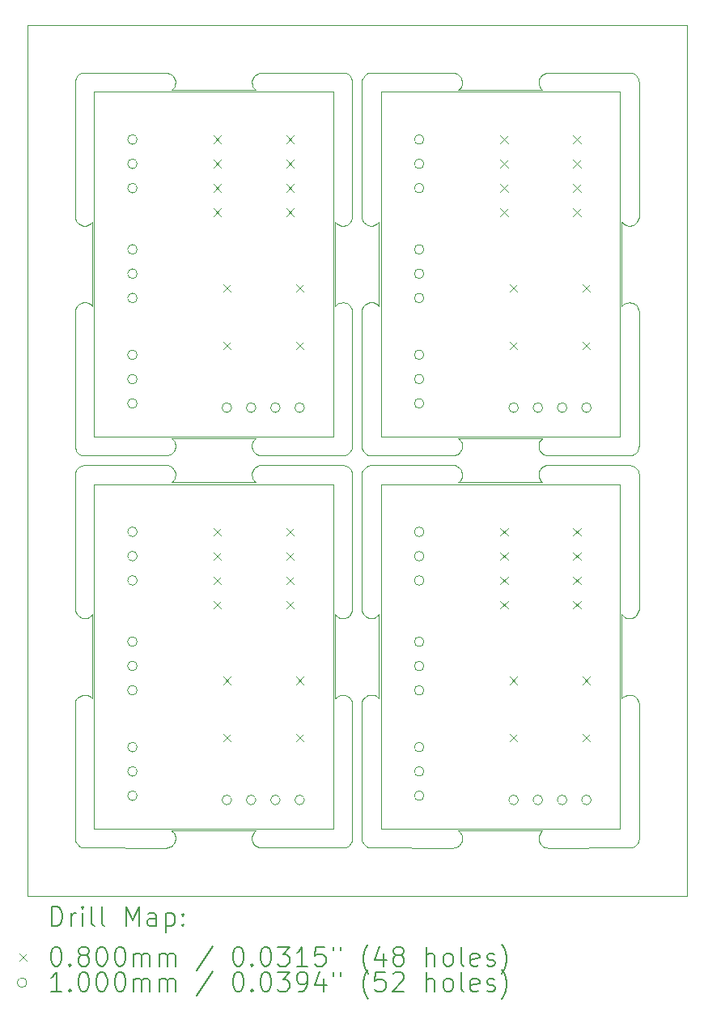
<source format=gbr>
%TF.GenerationSoftware,KiCad,Pcbnew,9.0.0*%
%TF.CreationDate,2025-03-02T21:53:16+01:00*%
%TF.ProjectId,eeprom_i2c_panel,65657072-6f6d-45f6-9932-635f70616e65,rev?*%
%TF.SameCoordinates,PX5a1f681PY8a483b1*%
%TF.FileFunction,Drillmap*%
%TF.FilePolarity,Positive*%
%FSLAX45Y45*%
G04 Gerber Fmt 4.5, Leading zero omitted, Abs format (unit mm)*
G04 Created by KiCad (PCBNEW 9.0.0) date 2025-03-02 21:53:16*
%MOMM*%
%LPD*%
G01*
G04 APERTURE LIST*
%ADD10C,0.100000*%
%ADD11C,0.200000*%
G04 APERTURE END LIST*
D10*
X3383116Y2944333D02*
X3370692Y2929195D01*
X3614710Y6198853D02*
X3633707Y6194095D01*
X4454954Y4499814D02*
X4474326Y4496941D01*
X5369611Y540324D02*
X5359543Y557122D01*
X507556Y4661605D02*
X502946Y4675561D01*
X1546958Y575561D02*
X1542347Y561605D01*
X1488282Y4492330D02*
X1505553Y4483098D01*
X5394350Y4483098D02*
X5411622Y4492330D01*
X3570852Y4495633D02*
X3594950Y4499814D01*
X4540360Y642747D02*
X4545650Y629034D01*
X6355553Y7016771D02*
X6342765Y7009526D01*
X3502946Y4424308D02*
X3507556Y4438265D01*
X3532763Y6174055D02*
X3548493Y6185722D01*
X5359543Y642747D02*
X5366788Y655536D01*
X3507556Y561605D02*
X3502946Y575561D01*
X516788Y544333D02*
X509543Y557122D01*
X1544112Y8533690D02*
X1548871Y8514693D01*
X1545650Y4729034D02*
X1548871Y4714693D01*
X647144Y2911731D02*
X629051Y2904236D01*
X6199952Y699934D02*
X3699952Y699934D01*
X1509628Y4779935D02*
X1513428Y4777258D01*
X1479051Y504236D02*
X1464710Y501016D01*
X594950Y2099814D02*
X609844Y2099454D01*
X6399952Y6100033D02*
X6399952Y4699836D01*
X3244350Y2083098D02*
X3257139Y2090343D01*
X4533116Y4755536D02*
X4540360Y4742747D01*
X1535739Y548476D02*
X1527276Y536459D01*
X663428Y2077258D02*
X677276Y2063410D01*
X557139Y2090343D02*
X575578Y2096941D01*
X552759Y7011731D02*
X536476Y7022611D01*
X529212Y8570675D02*
X548493Y8585722D01*
X3390360Y4657122D02*
X3383116Y4644333D01*
X6304954Y6199814D02*
X6319541Y6198015D01*
X4517141Y8574056D02*
X4527276Y8563410D01*
X5389947Y679935D02*
X4509628Y679935D01*
X514165Y4451393D02*
X529212Y4470675D01*
X3499952Y4699836D02*
X3500072Y6104936D01*
X5390690Y8419935D02*
X5382763Y8425814D01*
X1517141Y8425814D02*
X1509214Y8419935D01*
X4509214Y8419935D02*
X5390690Y8419935D01*
X3647144Y7011731D02*
X3629051Y7004236D01*
X6199952Y4299935D02*
X6199952Y699934D01*
X3585193Y2098853D02*
X3600051Y2099935D01*
X3667141Y2074055D02*
X3680012Y2059854D01*
X6359562Y2919594D02*
X6342765Y2909526D01*
X1533116Y655536D02*
X1540360Y642747D01*
X3514165Y548476D02*
X3507556Y561605D01*
X2425578Y4496941D02*
X2444950Y4499814D01*
X3219952Y2940464D02*
X3219952Y2059204D01*
X4513428Y677258D02*
X4524073Y667123D01*
X3351411Y4485722D02*
X3370692Y4470675D01*
X3219952Y6159590D02*
X3225831Y6167123D01*
X4527276Y8563410D02*
X4538156Y8547127D01*
X3594950Y4499814D02*
X4454954Y4499814D01*
X4454954Y8599814D02*
X4474326Y8596941D01*
X6351411Y8585722D02*
X6370692Y8570675D01*
X2375831Y4632746D02*
X2364165Y4648476D01*
X6304954Y2099814D02*
X6329051Y2095633D01*
X677276Y7036459D02*
X663428Y7022611D01*
X1545650Y4670835D02*
X1540360Y4657122D01*
X4474326Y4602929D02*
X4450051Y4599935D01*
X629051Y2095633D02*
X647144Y2088138D01*
X4513428Y522611D02*
X4501411Y514147D01*
X5444950Y4600055D02*
X5425578Y4602929D01*
X3502946Y8524308D02*
X3507556Y8538265D01*
X2352946Y8475561D02*
X2350072Y8494933D01*
X5430362Y8598015D02*
X5444950Y8599814D01*
X6329051Y2904236D02*
X6309844Y2900416D01*
X3355553Y6183098D02*
X3374073Y6167123D01*
X1509628Y679935D02*
X1513428Y677258D01*
X2444950Y500055D02*
X2425578Y502928D01*
X651411Y6185722D02*
X667141Y6174055D01*
X4517141Y4325814D02*
X4509214Y4319935D01*
X3385739Y8551393D02*
X3392347Y8538265D01*
X5350072Y8494933D02*
X5351033Y8514693D01*
X6383116Y4644333D02*
X6367141Y4625814D01*
X570852Y4495633D02*
X594950Y4499814D01*
X3309844Y7000416D02*
X3290060Y7000416D01*
X3222628Y7036459D02*
X3219952Y7040464D01*
X1513428Y677258D02*
X1524073Y667123D01*
X2444950Y4600055D02*
X2425578Y4602929D01*
X2407139Y4609526D02*
X2390342Y4619594D01*
X6219952Y2940464D02*
X6219952Y2059902D01*
X5352946Y575561D02*
X5350433Y590043D01*
X1488282Y4607539D02*
X1474326Y4602929D01*
X6392347Y561605D02*
X6385739Y548476D01*
X6219952Y6159902D02*
X6236476Y6177258D01*
X1546958Y4375561D02*
X1540360Y4357122D01*
X2382763Y4474056D02*
X2394350Y4483098D01*
X1549471Y590043D02*
X1546958Y575561D01*
X3370692Y8570675D02*
X3385739Y8551393D01*
X6236476Y7022611D02*
X6222628Y7036459D01*
X6385739Y548476D02*
X6370692Y529195D01*
X3383116Y544333D02*
X3370692Y529195D01*
X3633707Y2094095D02*
X3651411Y2085722D01*
X3557139Y2909526D02*
X3540341Y2919594D01*
X3519611Y2059545D02*
X3532763Y2074055D01*
X3199952Y8399935D02*
X3199952Y4799935D01*
X3509543Y2042747D02*
X3519611Y2059545D01*
X4540360Y4742747D02*
X4545650Y4729034D01*
X6280362Y2098015D02*
X6304954Y2099814D01*
X3333707Y2094095D02*
X3355553Y2083098D01*
X4450051Y499934D02*
X3594950Y500055D01*
X2444950Y4499814D02*
X3304954Y4499814D01*
X5352946Y624308D02*
X5359543Y642747D01*
X1530292Y4340324D02*
X1517141Y4325814D01*
X6395650Y4670835D02*
X6390360Y4657122D01*
X3390360Y2957122D02*
X3383116Y2944333D01*
X540342Y2080275D02*
X557139Y2090343D01*
X3501871Y7080345D02*
X3500072Y7094933D01*
X663428Y7022611D02*
X647144Y7011731D01*
X509543Y557122D02*
X504253Y570835D01*
X6399831Y7094933D02*
X6396958Y7075561D01*
X6309844Y7000416D02*
X6290060Y7000416D01*
X3548493Y8585722D02*
X3570852Y8595633D01*
X3351411Y514147D02*
X3329051Y504236D01*
X3304954Y8599814D02*
X3329051Y8595633D01*
X4545650Y570835D02*
X4540360Y557122D01*
X677276Y2063410D02*
X680012Y2059315D01*
X1538156Y8547127D02*
X1544112Y8533690D01*
X507556Y4438265D02*
X514165Y4451393D01*
X1464710Y501016D02*
X1450051Y499934D01*
X4524073Y4767123D02*
X4533116Y4755536D01*
X4544112Y8533690D02*
X4548871Y8514693D01*
X6252759Y7011731D02*
X6236476Y7022611D01*
X2375831Y532746D02*
X2364165Y548476D01*
X6324326Y4602929D02*
X6304954Y4600055D01*
X6319541Y6198015D02*
X6333707Y6194095D01*
X1540360Y4657122D02*
X1533116Y4644333D01*
X1509214Y8419935D02*
X2390690Y8419935D01*
X3398032Y7080345D02*
X3392347Y7061604D01*
X3570852Y8595633D02*
X3594950Y8599814D01*
X2352946Y4375561D02*
X2350072Y4394933D01*
X3677276Y2936459D02*
X3663428Y2922611D01*
X3502946Y4675561D02*
X3499952Y4699836D01*
X5361748Y8547127D02*
X5369611Y8559545D01*
X6388156Y6147127D02*
X6396958Y6124308D01*
X6899904Y9099869D02*
X76Y9099908D01*
X4548871Y8514693D02*
X4549832Y8494933D01*
X532763Y525814D02*
X516788Y544333D01*
X4513428Y4777258D02*
X4524073Y4767123D01*
X2394350Y4483098D02*
X2411622Y4492330D01*
X4501411Y514147D02*
X4488282Y507539D01*
X499952Y8500033D02*
X502946Y8524308D01*
X525831Y2067123D02*
X540342Y2080275D01*
X548493Y514147D02*
X532763Y525814D01*
X6304954Y4499814D02*
X6329051Y4495633D01*
X3257139Y6190343D02*
X3280362Y6198015D01*
X594950Y4499814D02*
X1454954Y4499814D01*
X566197Y6194095D02*
X585194Y6198853D01*
X5369611Y4459545D02*
X5382763Y4474056D01*
X570852Y4604236D02*
X548493Y4614148D01*
X514165Y4648476D02*
X507556Y4661605D01*
X6219952Y2059902D02*
X6236476Y2077258D01*
X3359562Y2919594D02*
X3342765Y2909526D01*
X4524073Y667123D02*
X4533116Y655536D01*
X590060Y7000416D02*
X570852Y7004236D01*
X4524073Y532746D02*
X4513428Y522611D01*
X502946Y8524308D02*
X507556Y8538265D01*
X501871Y2980345D02*
X500072Y2994933D01*
X3290060Y2900416D02*
X3270852Y2904236D01*
X499952Y4400033D02*
X502946Y4424308D01*
X3232763Y2074055D02*
X3244350Y2083098D01*
X6399952Y4400033D02*
X6399831Y2994933D01*
X6351411Y514147D02*
X6329051Y504236D01*
X4540360Y4657122D02*
X4533116Y4644333D01*
X514165Y7048476D02*
X507556Y7061604D01*
X3383116Y4644333D02*
X3367141Y4625814D01*
X501033Y585176D02*
X499952Y599836D01*
X4501411Y4614148D02*
X4488282Y4607539D01*
X3609844Y7000416D02*
X3590060Y7000416D01*
X5382763Y525814D02*
X5369611Y540324D01*
X1538156Y4447127D02*
X1544112Y4433690D01*
X3629051Y2904236D02*
X3609844Y2900416D01*
X2372628Y8563410D02*
X2382763Y8574056D01*
X2359543Y8457122D02*
X2352946Y8475561D01*
X3699952Y8399935D02*
X6199952Y8399935D01*
X6290060Y2900416D02*
X6270852Y2904236D01*
X3257139Y2090343D02*
X3280362Y2098015D01*
X1524073Y4632746D02*
X1513428Y4622611D01*
X557139Y2909526D02*
X540342Y2919594D01*
X3594950Y8599814D02*
X4454954Y8599814D01*
X536476Y7022611D02*
X525831Y7032746D01*
X5382763Y4325814D02*
X5369611Y4340324D01*
X5435194Y501016D02*
X5416197Y505774D01*
X1450051Y4599935D02*
X594950Y4600055D01*
X3399952Y599836D02*
X3398871Y585176D01*
X3514165Y4451393D02*
X3529212Y4470675D01*
X2364165Y651393D02*
X2375831Y667123D01*
X5350072Y604936D02*
X5352946Y624308D01*
X4488282Y8592330D02*
X4501411Y8585722D01*
X6398871Y4685176D02*
X6395650Y4670835D01*
X4548871Y585176D02*
X4545650Y570835D01*
X507556Y8538265D02*
X514165Y8551393D01*
X499952Y4699836D02*
X500072Y6104936D01*
X2407139Y509526D02*
X2390342Y519594D01*
X4548871Y4685176D02*
X4545650Y4670835D01*
X3629051Y7004236D02*
X3609844Y7000416D01*
X2351033Y4714693D02*
X2355792Y4733690D01*
X4546958Y8475561D02*
X4540360Y8457122D01*
X3304954Y2099814D02*
X3319541Y2098015D01*
X3304954Y500055D02*
X2444950Y500055D01*
X3280362Y6198015D02*
X3304954Y6199814D01*
X6333707Y6194095D02*
X6355553Y6183098D01*
X525831Y2932746D02*
X516788Y2944333D01*
X3570852Y504236D02*
X3548493Y514147D01*
X6199952Y4799935D02*
X3699952Y4799935D01*
X4538156Y8547127D02*
X4544112Y8533690D01*
X3395650Y4670835D02*
X3390360Y4657122D01*
X5444950Y4499814D02*
X6304954Y4499814D01*
X2389966Y4779935D02*
X1509628Y4779935D01*
X5390342Y4619594D02*
X5375831Y4632746D01*
X529212Y4629195D02*
X514165Y4648476D01*
X3633707Y6194095D02*
X3651411Y6185722D01*
X3614710Y2098853D02*
X3633707Y2094095D01*
X2425578Y502928D02*
X2407139Y509526D01*
X1517141Y8574056D02*
X1527276Y8563410D01*
X6392347Y8538265D02*
X6396958Y8524308D01*
X594950Y8599814D02*
X1454954Y8599814D01*
X3509543Y6142747D02*
X3519611Y6159545D01*
X3651411Y2085722D02*
X3667141Y2074055D01*
X3374073Y7032746D02*
X3359562Y7019594D01*
X6399952Y4699836D02*
X6398871Y4685176D01*
X1505553Y8583098D02*
X1517141Y8574056D01*
X3529212Y8570675D02*
X3548493Y8585722D01*
X3647144Y2911731D02*
X3629051Y2904236D01*
X2351033Y4414693D02*
X2354254Y4429034D01*
X1513428Y4622611D02*
X1501411Y4614148D01*
X3398871Y4685176D02*
X3395650Y4670835D01*
X3399831Y7094933D02*
X3398032Y7080345D01*
X514165Y2051393D02*
X525831Y2067123D01*
X548493Y4614148D02*
X529212Y4629195D01*
X1454954Y8599814D02*
X1469541Y8598015D01*
X600051Y6199934D02*
X614710Y6198853D01*
X1517141Y4325814D02*
X1509214Y4319935D01*
X2351033Y585176D02*
X2349952Y600033D01*
X3500072Y7094933D02*
X3499952Y8500033D01*
X3398871Y585176D02*
X3395650Y570835D01*
X6396958Y8524308D02*
X6399952Y8500033D01*
X570852Y504236D02*
X548493Y514147D01*
X1530292Y4459545D02*
X1538156Y4447127D01*
X3304954Y6199814D02*
X3329051Y6195633D01*
X500072Y7094933D02*
X499952Y8500033D01*
X614710Y6198853D02*
X633707Y6194095D01*
X5369611Y8559545D02*
X5382763Y8574056D01*
X4488282Y507539D02*
X4474326Y502928D01*
X2411622Y8592330D02*
X2425578Y8596941D01*
X4540360Y8457122D02*
X4530292Y8440324D01*
X5449853Y499934D02*
X5435194Y501016D01*
X4549832Y4394933D02*
X4546958Y4375561D01*
X4549832Y8494933D02*
X4546958Y8475561D01*
X3699952Y4299935D02*
X6199952Y4299935D01*
X6329051Y8595633D02*
X6351411Y8585722D01*
X1501411Y4614148D02*
X1488282Y4607539D01*
X5411622Y8592330D02*
X5430362Y8598015D01*
X4474326Y8596941D02*
X4488282Y8592330D01*
X699952Y4799935D02*
X699952Y8399935D01*
X3663428Y7022611D02*
X3647144Y7011731D01*
X1527276Y536459D02*
X1517141Y525814D01*
X3557139Y7009526D02*
X3540341Y7019594D01*
X6355553Y6183098D02*
X6374073Y6167123D01*
X4501411Y4485722D02*
X4517141Y4474056D01*
X4545650Y4729034D02*
X4548871Y4714693D01*
X3529212Y2929195D02*
X3516788Y2944333D01*
X594950Y4600055D02*
X570852Y4604236D01*
X3399952Y4400033D02*
X3399831Y2994933D01*
X3329051Y504236D02*
X3304954Y500055D01*
X6399952Y8500033D02*
X6399831Y7094933D01*
X3677276Y7036459D02*
X3663428Y7022611D01*
X2361748Y8547127D02*
X2372628Y8563410D01*
X6370692Y4470675D02*
X6385739Y4451393D01*
X3390360Y557122D02*
X3383116Y544333D01*
X3590060Y7000416D02*
X3570852Y7004236D01*
X1474326Y4496941D02*
X1488282Y4492330D01*
X6370692Y2929195D02*
X6359562Y2919594D01*
X3679988Y2940518D02*
X3677276Y2936459D01*
X5355792Y4433690D02*
X5361748Y4447127D01*
X3370692Y529195D02*
X3351411Y514147D01*
X5351033Y8514693D02*
X5355792Y8533690D01*
X2355792Y633690D02*
X2364165Y651393D01*
X1488282Y8592330D02*
X1505553Y8583098D01*
X1545650Y629034D02*
X1548871Y614693D01*
X5359543Y4357122D02*
X5352946Y4375561D01*
X3290060Y7000416D02*
X3270852Y7004236D01*
X548493Y6185722D02*
X566197Y6194095D01*
X5375831Y4767123D02*
X5389966Y4779935D01*
X3383116Y7044333D02*
X3374073Y7032746D01*
X2375831Y667123D02*
X2389966Y679935D01*
X5359543Y557122D02*
X5352946Y575561D01*
X3585193Y6198853D02*
X3600051Y6199934D01*
X6367141Y4625814D02*
X6347144Y4611731D01*
X2364165Y4648476D02*
X2355792Y4666179D01*
X6396958Y2975561D02*
X6390360Y2957122D01*
X3548493Y2085722D02*
X3566197Y2094095D01*
X3342765Y7009526D02*
X3329051Y7004236D01*
X3566197Y2094095D02*
X3585193Y2098853D01*
X3651411Y6185722D02*
X3667141Y6174055D01*
X3395650Y570835D02*
X3390360Y557122D01*
X2382763Y8574056D02*
X2394350Y8583098D01*
X3280362Y2098015D02*
X3304954Y2099814D01*
X585194Y6198853D02*
X600051Y6199934D01*
X1549831Y4394933D02*
X1546958Y4375561D01*
X633707Y6194095D02*
X651411Y6185722D01*
X4474326Y4496941D02*
X4488282Y4492330D01*
X2351033Y4685176D02*
X2349952Y4700033D01*
X507556Y2961604D02*
X501871Y2980345D01*
X1509214Y4319935D02*
X2390690Y4319935D01*
X499952Y599836D02*
X499952Y2000033D01*
X6899886Y-17D02*
X6899904Y9099869D01*
X5382763Y8574056D02*
X5394350Y8583098D01*
X2390342Y519594D02*
X2375831Y532746D01*
X2349952Y4700033D02*
X2351033Y4714693D01*
X3548493Y4614148D02*
X3529212Y4629195D01*
X2354254Y4429034D02*
X2361748Y4447127D01*
X3370692Y4470675D02*
X3385739Y4451393D01*
X6342765Y2909526D02*
X6329051Y2904236D01*
X1548871Y614693D02*
X1549471Y590043D01*
X1527276Y8563410D02*
X1538156Y8547127D01*
X0Y0D02*
X6899886Y-17D01*
X6370692Y529195D02*
X6351411Y514147D01*
X6396958Y6124308D02*
X6399952Y6100033D01*
X2350072Y8494933D02*
X2351033Y8514693D01*
X2369611Y4340324D02*
X2359543Y4357122D01*
X2364165Y548476D02*
X2355792Y566179D01*
X594950Y500055D02*
X570852Y504236D01*
X1542347Y561605D02*
X1535739Y548476D01*
X3199952Y4799935D02*
X699952Y4799935D01*
X6270852Y7004236D02*
X6252759Y7011731D01*
X2369611Y8440324D02*
X2359543Y8457122D01*
X6257139Y6190343D02*
X6280362Y6198015D01*
X6370692Y8570675D02*
X6385739Y8551393D01*
X525831Y7032746D02*
X514165Y7048476D01*
X6380292Y2059545D02*
X6388156Y2047127D01*
X3396958Y4424308D02*
X3399952Y4400033D01*
X4545650Y4670835D02*
X4540360Y4657122D01*
X3399831Y2994933D02*
X3396958Y2975561D01*
X1517141Y525814D02*
X1505553Y516771D01*
X3594950Y4600055D02*
X3570852Y4604236D01*
X4533116Y655536D02*
X4540360Y642747D01*
X5389966Y4779935D02*
X4509628Y4779935D01*
X6396958Y4424308D02*
X6399952Y4400033D01*
X3699952Y4799935D02*
X3699952Y8399935D01*
X3388156Y6147127D02*
X3396958Y6124308D01*
X3219952Y2059204D02*
X3232763Y2074055D01*
X6304954Y4600055D02*
X5444950Y4600055D01*
X3516788Y7044333D02*
X3507556Y7061604D01*
X3399952Y8500033D02*
X3399831Y7094933D01*
X5355792Y8533690D02*
X5361748Y8547127D01*
X2382763Y8425814D02*
X2369611Y8440324D01*
X1540360Y642747D02*
X1545650Y629034D01*
X3600051Y2099935D02*
X3614710Y2098853D01*
X1505553Y4483098D02*
X1517141Y4474056D01*
X2411622Y4492330D02*
X2425578Y4496941D01*
X501033Y2014693D02*
X505792Y2033690D01*
X3570852Y4604236D02*
X3548493Y4614148D01*
X3252759Y2911731D02*
X3236476Y2922611D01*
X6222628Y2936459D02*
X6219952Y2940464D01*
X3594950Y500055D02*
X3570852Y504236D01*
X502946Y7075561D02*
X500072Y7094933D01*
X3236476Y7022611D02*
X3222628Y7036459D01*
X3396958Y8524308D02*
X3399952Y8500033D01*
X5416197Y505774D02*
X5398493Y514147D01*
X3385739Y4451393D02*
X3392347Y4438265D01*
X3519611Y6159545D02*
X3532763Y6174055D01*
X3680012Y6159854D02*
X3679988Y7040518D01*
X6236476Y2922611D02*
X6222628Y2936459D01*
X6199952Y8399935D02*
X6199952Y4799935D01*
X647144Y7011731D02*
X629051Y7004236D01*
X3699952Y699934D02*
X3699952Y4299935D01*
X6374073Y6167123D02*
X6388156Y6147127D01*
X2390690Y8419935D02*
X2382763Y8425814D01*
X3507556Y4661605D02*
X3502946Y4675561D01*
X3388156Y2047127D02*
X3396958Y2024308D01*
X3329051Y4495633D02*
X3351411Y4485722D01*
X6342765Y7009526D02*
X6329051Y7004236D01*
X500072Y2994933D02*
X499952Y4400033D01*
X3392347Y8538265D02*
X3396958Y8524308D01*
X5351033Y4714693D02*
X5355792Y4733690D01*
X4540360Y557122D02*
X4533116Y544333D01*
X6370692Y7029195D02*
X6355553Y7016771D01*
X3351411Y8585722D02*
X3370692Y8570675D01*
X6390360Y4657122D02*
X6383116Y4644333D01*
X3502946Y575561D02*
X3499952Y599836D01*
X2372628Y4463410D02*
X2382763Y4474056D01*
X2382763Y4325814D02*
X2369611Y4340324D01*
X3399952Y4699836D02*
X3398871Y4685176D01*
X3329051Y7004236D02*
X3309844Y7000416D01*
X548493Y4485722D02*
X570852Y4495633D01*
X575578Y2096941D02*
X594950Y2099814D01*
X3370692Y2929195D02*
X3359562Y2919594D01*
X6399952Y599836D02*
X6396958Y575561D01*
X3680012Y2059854D02*
X3679988Y2940518D01*
X3219952Y7040464D02*
X3219952Y6159590D01*
X2389966Y679935D02*
X1509628Y679935D01*
X5444950Y8599814D02*
X6304954Y8599814D01*
X2390690Y4319935D02*
X2382763Y4325814D01*
X1469541Y8598015D02*
X1488282Y8592330D01*
X3514165Y4648476D02*
X3507556Y4661605D01*
X5351033Y4414693D02*
X5355792Y4433690D01*
X3566197Y6194095D02*
X3585193Y6198853D01*
X590060Y2900416D02*
X570852Y2904236D01*
X6329051Y504236D02*
X6304954Y500055D01*
X699952Y4299935D02*
X3199952Y4299935D01*
X1505553Y516771D02*
X1492765Y509526D01*
X4524073Y4632746D02*
X4513428Y4622611D01*
X6396958Y575561D02*
X6392347Y561605D01*
X6304954Y8599814D02*
X6329051Y8595633D01*
X507556Y7061604D02*
X502946Y7075561D01*
X4548871Y4414693D02*
X4549832Y4394933D01*
X2355792Y566179D02*
X2351033Y585176D01*
X6329051Y7004236D02*
X6309844Y7000416D01*
X1548871Y4414693D02*
X1549831Y4394933D01*
X3324326Y2902928D02*
X3309844Y2900416D01*
X1513428Y4777258D02*
X1524073Y4767123D01*
X2425578Y8596941D02*
X2444950Y8599814D01*
X4546958Y4375561D02*
X4540360Y4357122D01*
X5361748Y4447127D02*
X5369611Y4459545D01*
X6309844Y2900416D02*
X6290060Y2900416D01*
X6388156Y2047127D02*
X6396958Y2024308D01*
X1549952Y4700033D02*
X1548871Y4685176D01*
X3392347Y7061604D02*
X3383116Y7044333D01*
X3270852Y2904236D02*
X3252759Y2911731D01*
X3609844Y2900416D02*
X3590060Y2900416D01*
X1540360Y8457122D02*
X1530292Y8440324D01*
X6219952Y7040464D02*
X6219952Y6159902D01*
X1450051Y499934D02*
X594950Y500055D01*
X3509543Y2957122D02*
X3502946Y2975561D01*
X4549952Y600033D02*
X4548871Y585176D01*
X3392347Y4438265D02*
X3396958Y4424308D01*
X4530292Y4340324D02*
X4517141Y4325814D01*
X3540341Y7019594D02*
X3525831Y7032746D01*
X4509628Y4779935D02*
X4513428Y4777258D01*
X5350433Y590043D02*
X5350072Y604936D01*
X5369611Y4340324D02*
X5359543Y4357122D01*
X5425578Y4602929D02*
X5407139Y4609526D01*
X3324326Y4602929D02*
X3304954Y4600055D01*
X6236476Y6177258D02*
X6257139Y6190343D01*
X3502946Y2975561D02*
X3500072Y2994933D01*
X6351411Y4485722D02*
X6370692Y4470675D01*
X1454954Y4499814D02*
X1474326Y4496941D01*
X76Y9099908D02*
X0Y0D01*
X1524073Y4767123D02*
X1533116Y4755536D01*
X6270852Y2904236D02*
X6252759Y2911731D01*
X629051Y7004236D02*
X609844Y7000416D01*
X679988Y7040518D02*
X677276Y7036459D01*
X3548493Y4485722D02*
X3570852Y4495633D01*
X3342765Y2909526D02*
X3324326Y2902928D01*
X5349952Y4700033D02*
X5351033Y4714693D01*
X4544112Y4433690D02*
X4548871Y4414693D01*
X6236476Y2077258D02*
X6257139Y2090343D01*
X3304954Y4600055D02*
X2444950Y4600055D01*
X532763Y6174055D02*
X548493Y6185722D01*
X3548493Y514147D02*
X3529212Y529195D01*
X3342765Y6190343D02*
X3355553Y6183098D01*
X679988Y2940518D02*
X677276Y2936459D01*
X3507556Y8538265D02*
X3514165Y8551393D01*
X3507556Y7061604D02*
X3501871Y7080345D01*
X4540360Y4357122D02*
X4530292Y4340324D01*
X699952Y699934D02*
X699952Y4299935D01*
X3502946Y6124308D02*
X3509543Y6142747D01*
X3532763Y2074055D02*
X3548493Y2085722D01*
X1492765Y509526D02*
X1479051Y504236D01*
X3499952Y8500033D02*
X3502946Y8524308D01*
X4549952Y4700033D02*
X4548871Y4685176D01*
X529212Y4470675D02*
X548493Y4485722D01*
X1540360Y4357122D02*
X1530292Y4340324D01*
X4533116Y4644333D02*
X4524073Y4632746D01*
X3252759Y7011731D02*
X3236476Y7022611D01*
X3236476Y6177258D02*
X3257139Y6190343D01*
X663428Y2922611D02*
X647144Y2911731D01*
X3396958Y2024308D02*
X3399952Y2000033D01*
X3347144Y4611731D02*
X3324326Y4602929D01*
X3600051Y6199934D02*
X3614710Y6198853D01*
X502946Y4675561D02*
X499952Y4699836D01*
X3575578Y2902928D02*
X3557139Y2909526D01*
X5390690Y4319935D02*
X5382763Y4325814D01*
X6351411Y2085722D02*
X6370692Y2070674D01*
X1549831Y8494933D02*
X1546958Y8475561D01*
X3500072Y2994933D02*
X3499952Y4400033D01*
X3529212Y529195D02*
X3514165Y548476D01*
X4538156Y4447127D02*
X4544112Y4433690D01*
X6280362Y6198015D02*
X6304954Y6199814D01*
X5366788Y655536D02*
X5379212Y670675D01*
X1546958Y8475561D02*
X1540360Y8457122D01*
X6380292Y7040324D02*
X6370692Y7029195D01*
X5394350Y8583098D02*
X5411622Y8592330D01*
X505792Y2033690D02*
X514165Y2051393D01*
X629051Y2904236D02*
X609844Y2900416D01*
X3329051Y8595633D02*
X3351411Y8585722D01*
X3529212Y4629195D02*
X3514165Y4648476D01*
X6304954Y500055D02*
X5449853Y499934D01*
X5351033Y4685176D02*
X5349952Y4700033D01*
X3540341Y2919594D02*
X3529212Y2929195D01*
X2351033Y614693D02*
X2355792Y633690D01*
X3359562Y7019594D02*
X3342765Y7009526D01*
X3270852Y7004236D02*
X3252759Y7011731D01*
X677276Y2936459D02*
X663428Y2922611D01*
X509543Y6142747D02*
X519611Y6159545D01*
X3222628Y2936459D02*
X3219952Y2940464D01*
X1474326Y4602929D02*
X1450051Y4599935D01*
X1548871Y4685176D02*
X1545650Y4670835D01*
X5352946Y8475561D02*
X5350072Y8494933D01*
X5369611Y8440324D02*
X5359543Y8457122D01*
X570852Y7004236D02*
X552759Y7011731D01*
X6222628Y7036459D02*
X6219952Y7040464D01*
X2444950Y8599814D02*
X3304954Y8599814D01*
X3570852Y7004236D02*
X3557139Y7009526D01*
X3319541Y2098015D02*
X3333707Y2094095D01*
X1517141Y4474056D02*
X1530292Y4459545D01*
X570852Y2904236D02*
X557139Y2909526D01*
X2354254Y8529034D02*
X2361748Y8547127D01*
X2349952Y600033D02*
X2351033Y614693D01*
X2375831Y4767123D02*
X2389966Y4779935D01*
X3663428Y2922611D02*
X3647144Y2911731D01*
X1544112Y4433690D02*
X1548871Y4414693D01*
X504253Y570835D02*
X501033Y585176D01*
X6380292Y2940324D02*
X6370692Y2929195D01*
X5382763Y8425814D02*
X5369611Y8440324D01*
X5379212Y670675D02*
X5389947Y679935D01*
X6385739Y4451393D02*
X6392347Y4438265D01*
X502946Y4424308D02*
X507556Y4438265D01*
X499952Y2000033D02*
X501033Y2014693D01*
X540342Y2919594D02*
X525831Y2932746D01*
X6290060Y7000416D02*
X6270852Y7004236D01*
X6390360Y7057122D02*
X6380292Y7040324D01*
X3304954Y4499814D02*
X3329051Y4495633D01*
X5364165Y4751393D02*
X5375831Y4767123D01*
X2350072Y4394933D02*
X2351033Y4414693D01*
X6257139Y2090343D02*
X6280362Y2098015D01*
X5425578Y4496941D02*
X5444950Y4499814D01*
X6390360Y2957122D02*
X6380292Y2940324D01*
X2364165Y4751393D02*
X2375831Y4767123D01*
X6329051Y4495633D02*
X6351411Y4485722D01*
X5352946Y4375561D02*
X5350072Y4394933D01*
X609844Y2900416D02*
X590060Y2900416D01*
X5364165Y4648476D02*
X5355792Y4666179D01*
X6370692Y2070674D02*
X6380292Y2059545D01*
X548493Y8585722D02*
X570852Y8595633D01*
X2394350Y8583098D02*
X2411622Y8592330D01*
X2390342Y4619594D02*
X2375831Y4632746D01*
X6252759Y2911731D02*
X6236476Y2922611D01*
X1533116Y4755536D02*
X1540360Y4742747D01*
X3679988Y7040518D02*
X3677276Y7036459D01*
X3590060Y2900416D02*
X3575578Y2902928D01*
X4545650Y629034D02*
X4548871Y614693D01*
X3399952Y2000033D02*
X3399952Y599836D01*
X680012Y2059315D02*
X679988Y2940518D01*
X3236476Y2922611D02*
X3222628Y2936459D01*
X3500072Y6104936D02*
X3502946Y6124308D01*
X667141Y6174055D02*
X680012Y6159854D01*
X6329051Y2095633D02*
X6351411Y2085722D01*
X3499952Y599836D02*
X3500072Y2004936D01*
X4488282Y4607539D02*
X4474326Y4602929D01*
X4513428Y4622611D02*
X4501411Y4614148D01*
X2361748Y4447127D02*
X2372628Y4463410D01*
X4548871Y614693D02*
X4549952Y600033D01*
X1530292Y8440324D02*
X1517141Y8425814D01*
X1540360Y4742747D02*
X1545650Y4729034D01*
X3367141Y4625814D02*
X3347144Y4611731D01*
X4474326Y502928D02*
X4450051Y499934D01*
X5407139Y4609526D02*
X5390342Y4619594D01*
X3499952Y4400033D02*
X3502946Y4424308D01*
X6399952Y2000033D02*
X6399952Y599836D01*
X6385739Y8551393D02*
X6392347Y8538265D01*
X5398493Y514147D02*
X5382763Y525814D01*
X2351033Y8514693D02*
X2354254Y8529034D01*
X4488282Y4492330D02*
X4501411Y4485722D01*
X609844Y2099454D02*
X629051Y2095633D01*
X5411622Y4492330D02*
X5425578Y4496941D01*
X1548871Y8514693D02*
X1549831Y8494933D01*
X4501411Y8585722D02*
X4517141Y8574056D01*
X2425578Y4602929D02*
X2407139Y4609526D01*
X4530292Y8440324D02*
X4517141Y8425814D01*
X609844Y7000416D02*
X590060Y7000416D01*
X4527276Y4463410D02*
X4538156Y4447127D01*
X4517141Y8425814D02*
X4509214Y8419935D01*
X3225831Y6167123D02*
X3236476Y6177258D01*
X3199952Y4299935D02*
X3199952Y699934D01*
X680012Y6159854D02*
X679988Y7040518D01*
X3374073Y2067123D02*
X3388156Y2047127D01*
X4533116Y544333D02*
X4524073Y532746D01*
X5350072Y4394933D02*
X5351033Y4414693D01*
X3500072Y2004936D02*
X3502946Y2024308D01*
X500072Y6104936D02*
X502946Y6124308D01*
X5355792Y4666179D02*
X5351033Y4685176D01*
X3355553Y2083098D02*
X3374073Y2067123D01*
X3309844Y2900416D02*
X3290060Y2900416D01*
X6392347Y4438265D02*
X6396958Y4424308D01*
X3516788Y2944333D02*
X3509543Y2957122D01*
X3667141Y6174055D02*
X3680012Y6159854D01*
X570852Y8595633D02*
X594950Y8599814D01*
X3507556Y4438265D02*
X3514165Y4451393D01*
X6399831Y2994933D02*
X6396958Y2975561D01*
X5359543Y8457122D02*
X5352946Y8475561D01*
X3514165Y8551393D02*
X3529212Y8570675D01*
X3329051Y6195633D02*
X3342765Y6190343D01*
X6396958Y2024308D02*
X6399952Y2000033D01*
X5375831Y4632746D02*
X5364165Y4648476D01*
X4517141Y4474056D02*
X4527276Y4463410D01*
X516788Y2944333D02*
X507556Y2961604D01*
X3548493Y6185722D02*
X3566197Y6194095D01*
X2355792Y4733690D02*
X2364165Y4751393D01*
X3396958Y2975561D02*
X3390360Y2957122D01*
X3529212Y4470675D02*
X3548493Y4485722D01*
X3399952Y6100033D02*
X3399952Y4699836D01*
X699952Y8399935D02*
X3199952Y8399935D01*
X3502946Y2024308D02*
X3509543Y2042747D01*
X3374073Y6167123D02*
X3388156Y6147127D01*
X519611Y6159545D02*
X532763Y6174055D01*
X3525831Y7032746D02*
X3516788Y7044333D01*
X4450051Y4599935D02*
X3594950Y4600055D01*
X4509628Y679935D02*
X4513428Y677258D01*
X3396958Y6124308D02*
X3399952Y6100033D01*
X6347144Y4611731D02*
X6324326Y4602929D01*
X502946Y6124308D02*
X509543Y6142747D01*
X5382763Y4474056D02*
X5394350Y4483098D01*
X5355792Y4733690D02*
X5364165Y4751393D01*
X2359543Y4357122D02*
X2352946Y4375561D01*
X3199952Y699934D02*
X699952Y699934D01*
X1524073Y667123D02*
X1533116Y655536D01*
X514165Y8551393D02*
X529212Y8570675D01*
X4548871Y4714693D02*
X4549952Y4700033D01*
X6396958Y7075561D02*
X6390360Y7057122D01*
X647144Y2088138D02*
X663428Y2077258D01*
X2355792Y4666179D02*
X2351033Y4685176D01*
X1533116Y4644333D02*
X1524073Y4632746D01*
X4509214Y4319935D02*
X5390690Y4319935D01*
X1548871Y4714693D02*
X1549952Y4700033D01*
D11*
D10*
X1947952Y7943934D02*
X2027952Y7863934D01*
X2027952Y7943934D02*
X1947952Y7863934D01*
X1947952Y7689934D02*
X2027952Y7609934D01*
X2027952Y7689934D02*
X1947952Y7609934D01*
X1947952Y7435934D02*
X2027952Y7355934D01*
X2027952Y7435934D02*
X1947952Y7355934D01*
X1947952Y7181934D02*
X2027952Y7101934D01*
X2027952Y7181934D02*
X1947952Y7101934D01*
X1947952Y3843934D02*
X2027952Y3763934D01*
X2027952Y3843934D02*
X1947952Y3763934D01*
X1947952Y3589934D02*
X2027952Y3509934D01*
X2027952Y3589934D02*
X1947952Y3509934D01*
X1947952Y3335934D02*
X2027952Y3255934D01*
X2027952Y3335934D02*
X1947952Y3255934D01*
X1947952Y3081934D02*
X2027952Y3001934D01*
X2027952Y3081934D02*
X1947952Y3001934D01*
X2047952Y6389934D02*
X2127952Y6309934D01*
X2127952Y6389934D02*
X2047952Y6309934D01*
X2047952Y5789934D02*
X2127952Y5709934D01*
X2127952Y5789934D02*
X2047952Y5709934D01*
X2047952Y2289935D02*
X2127952Y2209935D01*
X2127952Y2289935D02*
X2047952Y2209935D01*
X2047952Y1689934D02*
X2127952Y1609934D01*
X2127952Y1689934D02*
X2047952Y1609934D01*
X2709952Y7943934D02*
X2789952Y7863934D01*
X2789952Y7943934D02*
X2709952Y7863934D01*
X2709952Y7689934D02*
X2789952Y7609934D01*
X2789952Y7689934D02*
X2709952Y7609934D01*
X2709952Y7435934D02*
X2789952Y7355934D01*
X2789952Y7435934D02*
X2709952Y7355934D01*
X2709952Y7181934D02*
X2789952Y7101934D01*
X2789952Y7181934D02*
X2709952Y7101934D01*
X2709952Y3843934D02*
X2789952Y3763934D01*
X2789952Y3843934D02*
X2709952Y3763934D01*
X2709952Y3589934D02*
X2789952Y3509934D01*
X2789952Y3589934D02*
X2709952Y3509934D01*
X2709952Y3335934D02*
X2789952Y3255934D01*
X2789952Y3335934D02*
X2709952Y3255934D01*
X2709952Y3081934D02*
X2789952Y3001934D01*
X2789952Y3081934D02*
X2709952Y3001934D01*
X2809952Y6389934D02*
X2889952Y6309934D01*
X2889952Y6389934D02*
X2809952Y6309934D01*
X2809952Y5789934D02*
X2889952Y5709934D01*
X2889952Y5789934D02*
X2809952Y5709934D01*
X2809952Y2289935D02*
X2889952Y2209935D01*
X2889952Y2289935D02*
X2809952Y2209935D01*
X2809952Y1689934D02*
X2889952Y1609934D01*
X2889952Y1689934D02*
X2809952Y1609934D01*
X4947952Y7943934D02*
X5027952Y7863934D01*
X5027952Y7943934D02*
X4947952Y7863934D01*
X4947952Y7689934D02*
X5027952Y7609934D01*
X5027952Y7689934D02*
X4947952Y7609934D01*
X4947952Y7435934D02*
X5027952Y7355934D01*
X5027952Y7435934D02*
X4947952Y7355934D01*
X4947952Y7181934D02*
X5027952Y7101934D01*
X5027952Y7181934D02*
X4947952Y7101934D01*
X4947952Y3843934D02*
X5027952Y3763934D01*
X5027952Y3843934D02*
X4947952Y3763934D01*
X4947952Y3589934D02*
X5027952Y3509934D01*
X5027952Y3589934D02*
X4947952Y3509934D01*
X4947952Y3335934D02*
X5027952Y3255934D01*
X5027952Y3335934D02*
X4947952Y3255934D01*
X4947952Y3081934D02*
X5027952Y3001934D01*
X5027952Y3081934D02*
X4947952Y3001934D01*
X5047952Y6389934D02*
X5127952Y6309934D01*
X5127952Y6389934D02*
X5047952Y6309934D01*
X5047952Y5789934D02*
X5127952Y5709934D01*
X5127952Y5789934D02*
X5047952Y5709934D01*
X5047952Y2289935D02*
X5127952Y2209935D01*
X5127952Y2289935D02*
X5047952Y2209935D01*
X5047952Y1689934D02*
X5127952Y1609934D01*
X5127952Y1689934D02*
X5047952Y1609934D01*
X5709952Y7943934D02*
X5789952Y7863934D01*
X5789952Y7943934D02*
X5709952Y7863934D01*
X5709952Y7689934D02*
X5789952Y7609934D01*
X5789952Y7689934D02*
X5709952Y7609934D01*
X5709952Y7435934D02*
X5789952Y7355934D01*
X5789952Y7435934D02*
X5709952Y7355934D01*
X5709952Y7181934D02*
X5789952Y7101934D01*
X5789952Y7181934D02*
X5709952Y7101934D01*
X5709952Y3843934D02*
X5789952Y3763934D01*
X5789952Y3843934D02*
X5709952Y3763934D01*
X5709952Y3589934D02*
X5789952Y3509934D01*
X5789952Y3589934D02*
X5709952Y3509934D01*
X5709952Y3335934D02*
X5789952Y3255934D01*
X5789952Y3335934D02*
X5709952Y3255934D01*
X5709952Y3081934D02*
X5789952Y3001934D01*
X5789952Y3081934D02*
X5709952Y3001934D01*
X5809952Y6389934D02*
X5889952Y6309934D01*
X5889952Y6389934D02*
X5809952Y6309934D01*
X5809952Y5789934D02*
X5889952Y5709934D01*
X5889952Y5789934D02*
X5809952Y5709934D01*
X5809952Y2289935D02*
X5889952Y2209935D01*
X5889952Y2289935D02*
X5809952Y2209935D01*
X5809952Y1689934D02*
X5889952Y1609934D01*
X5889952Y1689934D02*
X5809952Y1609934D01*
X1149952Y7902434D02*
G75*
G02*
X1049952Y7902434I-50000J0D01*
G01*
X1049952Y7902434D02*
G75*
G02*
X1149952Y7902434I50000J0D01*
G01*
X1149952Y7648434D02*
G75*
G02*
X1049952Y7648434I-50000J0D01*
G01*
X1049952Y7648434D02*
G75*
G02*
X1149952Y7648434I50000J0D01*
G01*
X1149952Y7394434D02*
G75*
G02*
X1049952Y7394434I-50000J0D01*
G01*
X1049952Y7394434D02*
G75*
G02*
X1149952Y7394434I50000J0D01*
G01*
X1149952Y6753934D02*
G75*
G02*
X1049952Y6753934I-50000J0D01*
G01*
X1049952Y6753934D02*
G75*
G02*
X1149952Y6753934I50000J0D01*
G01*
X1149952Y6499934D02*
G75*
G02*
X1049952Y6499934I-50000J0D01*
G01*
X1049952Y6499934D02*
G75*
G02*
X1149952Y6499934I50000J0D01*
G01*
X1149952Y6245934D02*
G75*
G02*
X1049952Y6245934I-50000J0D01*
G01*
X1049952Y6245934D02*
G75*
G02*
X1149952Y6245934I50000J0D01*
G01*
X1149952Y5652434D02*
G75*
G02*
X1049952Y5652434I-50000J0D01*
G01*
X1049952Y5652434D02*
G75*
G02*
X1149952Y5652434I50000J0D01*
G01*
X1149952Y5398435D02*
G75*
G02*
X1049952Y5398435I-50000J0D01*
G01*
X1049952Y5398435D02*
G75*
G02*
X1149952Y5398435I50000J0D01*
G01*
X1149952Y5144435D02*
G75*
G02*
X1049952Y5144435I-50000J0D01*
G01*
X1049952Y5144435D02*
G75*
G02*
X1149952Y5144435I50000J0D01*
G01*
X1149952Y3802434D02*
G75*
G02*
X1049952Y3802434I-50000J0D01*
G01*
X1049952Y3802434D02*
G75*
G02*
X1149952Y3802434I50000J0D01*
G01*
X1149952Y3548434D02*
G75*
G02*
X1049952Y3548434I-50000J0D01*
G01*
X1049952Y3548434D02*
G75*
G02*
X1149952Y3548434I50000J0D01*
G01*
X1149952Y3294434D02*
G75*
G02*
X1049952Y3294434I-50000J0D01*
G01*
X1049952Y3294434D02*
G75*
G02*
X1149952Y3294434I50000J0D01*
G01*
X1149952Y2653935D02*
G75*
G02*
X1049952Y2653935I-50000J0D01*
G01*
X1049952Y2653935D02*
G75*
G02*
X1149952Y2653935I50000J0D01*
G01*
X1149952Y2399935D02*
G75*
G02*
X1049952Y2399935I-50000J0D01*
G01*
X1049952Y2399935D02*
G75*
G02*
X1149952Y2399935I50000J0D01*
G01*
X1149952Y2145935D02*
G75*
G02*
X1049952Y2145935I-50000J0D01*
G01*
X1049952Y2145935D02*
G75*
G02*
X1149952Y2145935I50000J0D01*
G01*
X1149952Y1552434D02*
G75*
G02*
X1049952Y1552434I-50000J0D01*
G01*
X1049952Y1552434D02*
G75*
G02*
X1149952Y1552434I50000J0D01*
G01*
X1149952Y1298435D02*
G75*
G02*
X1049952Y1298435I-50000J0D01*
G01*
X1049952Y1298435D02*
G75*
G02*
X1149952Y1298435I50000J0D01*
G01*
X1149952Y1044434D02*
G75*
G02*
X1049952Y1044434I-50000J0D01*
G01*
X1049952Y1044434D02*
G75*
G02*
X1149952Y1044434I50000J0D01*
G01*
X2137952Y5099935D02*
G75*
G02*
X2037952Y5099935I-50000J0D01*
G01*
X2037952Y5099935D02*
G75*
G02*
X2137952Y5099935I50000J0D01*
G01*
X2137952Y999934D02*
G75*
G02*
X2037952Y999934I-50000J0D01*
G01*
X2037952Y999934D02*
G75*
G02*
X2137952Y999934I50000J0D01*
G01*
X2391952Y5099935D02*
G75*
G02*
X2291952Y5099935I-50000J0D01*
G01*
X2291952Y5099935D02*
G75*
G02*
X2391952Y5099935I50000J0D01*
G01*
X2391952Y999934D02*
G75*
G02*
X2291952Y999934I-50000J0D01*
G01*
X2291952Y999934D02*
G75*
G02*
X2391952Y999934I50000J0D01*
G01*
X2645952Y5099935D02*
G75*
G02*
X2545952Y5099935I-50000J0D01*
G01*
X2545952Y5099935D02*
G75*
G02*
X2645952Y5099935I50000J0D01*
G01*
X2645952Y999934D02*
G75*
G02*
X2545952Y999934I-50000J0D01*
G01*
X2545952Y999934D02*
G75*
G02*
X2645952Y999934I50000J0D01*
G01*
X2899952Y5099935D02*
G75*
G02*
X2799952Y5099935I-50000J0D01*
G01*
X2799952Y5099935D02*
G75*
G02*
X2899952Y5099935I50000J0D01*
G01*
X2899952Y999934D02*
G75*
G02*
X2799952Y999934I-50000J0D01*
G01*
X2799952Y999934D02*
G75*
G02*
X2899952Y999934I50000J0D01*
G01*
X4149952Y7902434D02*
G75*
G02*
X4049952Y7902434I-50000J0D01*
G01*
X4049952Y7902434D02*
G75*
G02*
X4149952Y7902434I50000J0D01*
G01*
X4149952Y7648434D02*
G75*
G02*
X4049952Y7648434I-50000J0D01*
G01*
X4049952Y7648434D02*
G75*
G02*
X4149952Y7648434I50000J0D01*
G01*
X4149952Y7394434D02*
G75*
G02*
X4049952Y7394434I-50000J0D01*
G01*
X4049952Y7394434D02*
G75*
G02*
X4149952Y7394434I50000J0D01*
G01*
X4149952Y6753934D02*
G75*
G02*
X4049952Y6753934I-50000J0D01*
G01*
X4049952Y6753934D02*
G75*
G02*
X4149952Y6753934I50000J0D01*
G01*
X4149952Y6499934D02*
G75*
G02*
X4049952Y6499934I-50000J0D01*
G01*
X4049952Y6499934D02*
G75*
G02*
X4149952Y6499934I50000J0D01*
G01*
X4149952Y6245934D02*
G75*
G02*
X4049952Y6245934I-50000J0D01*
G01*
X4049952Y6245934D02*
G75*
G02*
X4149952Y6245934I50000J0D01*
G01*
X4149952Y5652434D02*
G75*
G02*
X4049952Y5652434I-50000J0D01*
G01*
X4049952Y5652434D02*
G75*
G02*
X4149952Y5652434I50000J0D01*
G01*
X4149952Y5398435D02*
G75*
G02*
X4049952Y5398435I-50000J0D01*
G01*
X4049952Y5398435D02*
G75*
G02*
X4149952Y5398435I50000J0D01*
G01*
X4149952Y5144435D02*
G75*
G02*
X4049952Y5144435I-50000J0D01*
G01*
X4049952Y5144435D02*
G75*
G02*
X4149952Y5144435I50000J0D01*
G01*
X4149952Y3802434D02*
G75*
G02*
X4049952Y3802434I-50000J0D01*
G01*
X4049952Y3802434D02*
G75*
G02*
X4149952Y3802434I50000J0D01*
G01*
X4149952Y3548434D02*
G75*
G02*
X4049952Y3548434I-50000J0D01*
G01*
X4049952Y3548434D02*
G75*
G02*
X4149952Y3548434I50000J0D01*
G01*
X4149952Y3294434D02*
G75*
G02*
X4049952Y3294434I-50000J0D01*
G01*
X4049952Y3294434D02*
G75*
G02*
X4149952Y3294434I50000J0D01*
G01*
X4149952Y2653935D02*
G75*
G02*
X4049952Y2653935I-50000J0D01*
G01*
X4049952Y2653935D02*
G75*
G02*
X4149952Y2653935I50000J0D01*
G01*
X4149952Y2399935D02*
G75*
G02*
X4049952Y2399935I-50000J0D01*
G01*
X4049952Y2399935D02*
G75*
G02*
X4149952Y2399935I50000J0D01*
G01*
X4149952Y2145935D02*
G75*
G02*
X4049952Y2145935I-50000J0D01*
G01*
X4049952Y2145935D02*
G75*
G02*
X4149952Y2145935I50000J0D01*
G01*
X4149952Y1552434D02*
G75*
G02*
X4049952Y1552434I-50000J0D01*
G01*
X4049952Y1552434D02*
G75*
G02*
X4149952Y1552434I50000J0D01*
G01*
X4149952Y1298435D02*
G75*
G02*
X4049952Y1298435I-50000J0D01*
G01*
X4049952Y1298435D02*
G75*
G02*
X4149952Y1298435I50000J0D01*
G01*
X4149952Y1044434D02*
G75*
G02*
X4049952Y1044434I-50000J0D01*
G01*
X4049952Y1044434D02*
G75*
G02*
X4149952Y1044434I50000J0D01*
G01*
X5137952Y5099935D02*
G75*
G02*
X5037952Y5099935I-50000J0D01*
G01*
X5037952Y5099935D02*
G75*
G02*
X5137952Y5099935I50000J0D01*
G01*
X5137952Y999934D02*
G75*
G02*
X5037952Y999934I-50000J0D01*
G01*
X5037952Y999934D02*
G75*
G02*
X5137952Y999934I50000J0D01*
G01*
X5391952Y5099935D02*
G75*
G02*
X5291952Y5099935I-50000J0D01*
G01*
X5291952Y5099935D02*
G75*
G02*
X5391952Y5099935I50000J0D01*
G01*
X5391952Y999934D02*
G75*
G02*
X5291952Y999934I-50000J0D01*
G01*
X5291952Y999934D02*
G75*
G02*
X5391952Y999934I50000J0D01*
G01*
X5645952Y5099935D02*
G75*
G02*
X5545952Y5099935I-50000J0D01*
G01*
X5545952Y5099935D02*
G75*
G02*
X5645952Y5099935I50000J0D01*
G01*
X5645952Y999934D02*
G75*
G02*
X5545952Y999934I-50000J0D01*
G01*
X5545952Y999934D02*
G75*
G02*
X5645952Y999934I50000J0D01*
G01*
X5899952Y5099935D02*
G75*
G02*
X5799952Y5099935I-50000J0D01*
G01*
X5799952Y5099935D02*
G75*
G02*
X5899952Y5099935I50000J0D01*
G01*
X5899952Y999934D02*
G75*
G02*
X5799952Y999934I-50000J0D01*
G01*
X5799952Y999934D02*
G75*
G02*
X5899952Y999934I50000J0D01*
G01*
D11*
X255777Y-316501D02*
X255777Y-116501D01*
X255777Y-116501D02*
X303396Y-116501D01*
X303396Y-116501D02*
X331967Y-126025D01*
X331967Y-126025D02*
X351015Y-145073D01*
X351015Y-145073D02*
X360539Y-164120D01*
X360539Y-164120D02*
X370062Y-202215D01*
X370062Y-202215D02*
X370062Y-230787D01*
X370062Y-230787D02*
X360539Y-268882D01*
X360539Y-268882D02*
X351015Y-287930D01*
X351015Y-287930D02*
X331967Y-306977D01*
X331967Y-306977D02*
X303396Y-316501D01*
X303396Y-316501D02*
X255777Y-316501D01*
X455777Y-316501D02*
X455777Y-183168D01*
X455777Y-221263D02*
X465301Y-202215D01*
X465301Y-202215D02*
X474824Y-192691D01*
X474824Y-192691D02*
X493872Y-183168D01*
X493872Y-183168D02*
X512920Y-183168D01*
X579586Y-316501D02*
X579586Y-183168D01*
X579586Y-116501D02*
X570063Y-126025D01*
X570063Y-126025D02*
X579586Y-135549D01*
X579586Y-135549D02*
X589110Y-126025D01*
X589110Y-126025D02*
X579586Y-116501D01*
X579586Y-116501D02*
X579586Y-135549D01*
X703396Y-316501D02*
X684348Y-306977D01*
X684348Y-306977D02*
X674824Y-287930D01*
X674824Y-287930D02*
X674824Y-116501D01*
X808158Y-316501D02*
X789110Y-306977D01*
X789110Y-306977D02*
X779586Y-287930D01*
X779586Y-287930D02*
X779586Y-116501D01*
X1036729Y-316501D02*
X1036729Y-116501D01*
X1036729Y-116501D02*
X1103396Y-259358D01*
X1103396Y-259358D02*
X1170063Y-116501D01*
X1170063Y-116501D02*
X1170063Y-316501D01*
X1351015Y-316501D02*
X1351015Y-211739D01*
X1351015Y-211739D02*
X1341491Y-192691D01*
X1341491Y-192691D02*
X1322444Y-183168D01*
X1322444Y-183168D02*
X1284348Y-183168D01*
X1284348Y-183168D02*
X1265301Y-192691D01*
X1351015Y-306977D02*
X1331967Y-316501D01*
X1331967Y-316501D02*
X1284348Y-316501D01*
X1284348Y-316501D02*
X1265301Y-306977D01*
X1265301Y-306977D02*
X1255777Y-287930D01*
X1255777Y-287930D02*
X1255777Y-268882D01*
X1255777Y-268882D02*
X1265301Y-249834D01*
X1265301Y-249834D02*
X1284348Y-240311D01*
X1284348Y-240311D02*
X1331967Y-240311D01*
X1331967Y-240311D02*
X1351015Y-230787D01*
X1446253Y-183168D02*
X1446253Y-383168D01*
X1446253Y-192691D02*
X1465301Y-183168D01*
X1465301Y-183168D02*
X1503396Y-183168D01*
X1503396Y-183168D02*
X1522443Y-192691D01*
X1522443Y-192691D02*
X1531967Y-202215D01*
X1531967Y-202215D02*
X1541491Y-221263D01*
X1541491Y-221263D02*
X1541491Y-278406D01*
X1541491Y-278406D02*
X1531967Y-297453D01*
X1531967Y-297453D02*
X1522443Y-306977D01*
X1522443Y-306977D02*
X1503396Y-316501D01*
X1503396Y-316501D02*
X1465301Y-316501D01*
X1465301Y-316501D02*
X1446253Y-306977D01*
X1627205Y-297453D02*
X1636729Y-306977D01*
X1636729Y-306977D02*
X1627205Y-316501D01*
X1627205Y-316501D02*
X1617682Y-306977D01*
X1617682Y-306977D02*
X1627205Y-297453D01*
X1627205Y-297453D02*
X1627205Y-316501D01*
X1627205Y-192691D02*
X1636729Y-202215D01*
X1636729Y-202215D02*
X1627205Y-211739D01*
X1627205Y-211739D02*
X1617682Y-202215D01*
X1617682Y-202215D02*
X1627205Y-192691D01*
X1627205Y-192691D02*
X1627205Y-211739D01*
D10*
X-85000Y-605017D02*
X-5000Y-685017D01*
X-5000Y-605017D02*
X-85000Y-685017D01*
D11*
X293872Y-536501D02*
X312920Y-536501D01*
X312920Y-536501D02*
X331967Y-546025D01*
X331967Y-546025D02*
X341491Y-555549D01*
X341491Y-555549D02*
X351015Y-574596D01*
X351015Y-574596D02*
X360539Y-612692D01*
X360539Y-612692D02*
X360539Y-660311D01*
X360539Y-660311D02*
X351015Y-698406D01*
X351015Y-698406D02*
X341491Y-717453D01*
X341491Y-717453D02*
X331967Y-726977D01*
X331967Y-726977D02*
X312920Y-736501D01*
X312920Y-736501D02*
X293872Y-736501D01*
X293872Y-736501D02*
X274824Y-726977D01*
X274824Y-726977D02*
X265301Y-717453D01*
X265301Y-717453D02*
X255777Y-698406D01*
X255777Y-698406D02*
X246253Y-660311D01*
X246253Y-660311D02*
X246253Y-612692D01*
X246253Y-612692D02*
X255777Y-574596D01*
X255777Y-574596D02*
X265301Y-555549D01*
X265301Y-555549D02*
X274824Y-546025D01*
X274824Y-546025D02*
X293872Y-536501D01*
X446253Y-717453D02*
X455777Y-726977D01*
X455777Y-726977D02*
X446253Y-736501D01*
X446253Y-736501D02*
X436729Y-726977D01*
X436729Y-726977D02*
X446253Y-717453D01*
X446253Y-717453D02*
X446253Y-736501D01*
X570063Y-622215D02*
X551015Y-612692D01*
X551015Y-612692D02*
X541491Y-603168D01*
X541491Y-603168D02*
X531967Y-584120D01*
X531967Y-584120D02*
X531967Y-574596D01*
X531967Y-574596D02*
X541491Y-555549D01*
X541491Y-555549D02*
X551015Y-546025D01*
X551015Y-546025D02*
X570063Y-536501D01*
X570063Y-536501D02*
X608158Y-536501D01*
X608158Y-536501D02*
X627205Y-546025D01*
X627205Y-546025D02*
X636729Y-555549D01*
X636729Y-555549D02*
X646253Y-574596D01*
X646253Y-574596D02*
X646253Y-584120D01*
X646253Y-584120D02*
X636729Y-603168D01*
X636729Y-603168D02*
X627205Y-612692D01*
X627205Y-612692D02*
X608158Y-622215D01*
X608158Y-622215D02*
X570063Y-622215D01*
X570063Y-622215D02*
X551015Y-631739D01*
X551015Y-631739D02*
X541491Y-641263D01*
X541491Y-641263D02*
X531967Y-660311D01*
X531967Y-660311D02*
X531967Y-698406D01*
X531967Y-698406D02*
X541491Y-717453D01*
X541491Y-717453D02*
X551015Y-726977D01*
X551015Y-726977D02*
X570063Y-736501D01*
X570063Y-736501D02*
X608158Y-736501D01*
X608158Y-736501D02*
X627205Y-726977D01*
X627205Y-726977D02*
X636729Y-717453D01*
X636729Y-717453D02*
X646253Y-698406D01*
X646253Y-698406D02*
X646253Y-660311D01*
X646253Y-660311D02*
X636729Y-641263D01*
X636729Y-641263D02*
X627205Y-631739D01*
X627205Y-631739D02*
X608158Y-622215D01*
X770062Y-536501D02*
X789110Y-536501D01*
X789110Y-536501D02*
X808158Y-546025D01*
X808158Y-546025D02*
X817682Y-555549D01*
X817682Y-555549D02*
X827205Y-574596D01*
X827205Y-574596D02*
X836729Y-612692D01*
X836729Y-612692D02*
X836729Y-660311D01*
X836729Y-660311D02*
X827205Y-698406D01*
X827205Y-698406D02*
X817682Y-717453D01*
X817682Y-717453D02*
X808158Y-726977D01*
X808158Y-726977D02*
X789110Y-736501D01*
X789110Y-736501D02*
X770062Y-736501D01*
X770062Y-736501D02*
X751015Y-726977D01*
X751015Y-726977D02*
X741491Y-717453D01*
X741491Y-717453D02*
X731967Y-698406D01*
X731967Y-698406D02*
X722443Y-660311D01*
X722443Y-660311D02*
X722443Y-612692D01*
X722443Y-612692D02*
X731967Y-574596D01*
X731967Y-574596D02*
X741491Y-555549D01*
X741491Y-555549D02*
X751015Y-546025D01*
X751015Y-546025D02*
X770062Y-536501D01*
X960539Y-536501D02*
X979586Y-536501D01*
X979586Y-536501D02*
X998634Y-546025D01*
X998634Y-546025D02*
X1008158Y-555549D01*
X1008158Y-555549D02*
X1017682Y-574596D01*
X1017682Y-574596D02*
X1027205Y-612692D01*
X1027205Y-612692D02*
X1027205Y-660311D01*
X1027205Y-660311D02*
X1017682Y-698406D01*
X1017682Y-698406D02*
X1008158Y-717453D01*
X1008158Y-717453D02*
X998634Y-726977D01*
X998634Y-726977D02*
X979586Y-736501D01*
X979586Y-736501D02*
X960539Y-736501D01*
X960539Y-736501D02*
X941491Y-726977D01*
X941491Y-726977D02*
X931967Y-717453D01*
X931967Y-717453D02*
X922443Y-698406D01*
X922443Y-698406D02*
X912920Y-660311D01*
X912920Y-660311D02*
X912920Y-612692D01*
X912920Y-612692D02*
X922443Y-574596D01*
X922443Y-574596D02*
X931967Y-555549D01*
X931967Y-555549D02*
X941491Y-546025D01*
X941491Y-546025D02*
X960539Y-536501D01*
X1112920Y-736501D02*
X1112920Y-603168D01*
X1112920Y-622215D02*
X1122444Y-612692D01*
X1122444Y-612692D02*
X1141491Y-603168D01*
X1141491Y-603168D02*
X1170063Y-603168D01*
X1170063Y-603168D02*
X1189110Y-612692D01*
X1189110Y-612692D02*
X1198634Y-631739D01*
X1198634Y-631739D02*
X1198634Y-736501D01*
X1198634Y-631739D02*
X1208158Y-612692D01*
X1208158Y-612692D02*
X1227205Y-603168D01*
X1227205Y-603168D02*
X1255777Y-603168D01*
X1255777Y-603168D02*
X1274825Y-612692D01*
X1274825Y-612692D02*
X1284348Y-631739D01*
X1284348Y-631739D02*
X1284348Y-736501D01*
X1379586Y-736501D02*
X1379586Y-603168D01*
X1379586Y-622215D02*
X1389110Y-612692D01*
X1389110Y-612692D02*
X1408158Y-603168D01*
X1408158Y-603168D02*
X1436729Y-603168D01*
X1436729Y-603168D02*
X1455777Y-612692D01*
X1455777Y-612692D02*
X1465301Y-631739D01*
X1465301Y-631739D02*
X1465301Y-736501D01*
X1465301Y-631739D02*
X1474824Y-612692D01*
X1474824Y-612692D02*
X1493872Y-603168D01*
X1493872Y-603168D02*
X1522443Y-603168D01*
X1522443Y-603168D02*
X1541491Y-612692D01*
X1541491Y-612692D02*
X1551015Y-631739D01*
X1551015Y-631739D02*
X1551015Y-736501D01*
X1941491Y-526977D02*
X1770063Y-784120D01*
X2198634Y-536501D02*
X2217682Y-536501D01*
X2217682Y-536501D02*
X2236729Y-546025D01*
X2236729Y-546025D02*
X2246253Y-555549D01*
X2246253Y-555549D02*
X2255777Y-574596D01*
X2255777Y-574596D02*
X2265301Y-612692D01*
X2265301Y-612692D02*
X2265301Y-660311D01*
X2265301Y-660311D02*
X2255777Y-698406D01*
X2255777Y-698406D02*
X2246253Y-717453D01*
X2246253Y-717453D02*
X2236729Y-726977D01*
X2236729Y-726977D02*
X2217682Y-736501D01*
X2217682Y-736501D02*
X2198634Y-736501D01*
X2198634Y-736501D02*
X2179587Y-726977D01*
X2179587Y-726977D02*
X2170063Y-717453D01*
X2170063Y-717453D02*
X2160539Y-698406D01*
X2160539Y-698406D02*
X2151015Y-660311D01*
X2151015Y-660311D02*
X2151015Y-612692D01*
X2151015Y-612692D02*
X2160539Y-574596D01*
X2160539Y-574596D02*
X2170063Y-555549D01*
X2170063Y-555549D02*
X2179587Y-546025D01*
X2179587Y-546025D02*
X2198634Y-536501D01*
X2351015Y-717453D02*
X2360539Y-726977D01*
X2360539Y-726977D02*
X2351015Y-736501D01*
X2351015Y-736501D02*
X2341491Y-726977D01*
X2341491Y-726977D02*
X2351015Y-717453D01*
X2351015Y-717453D02*
X2351015Y-736501D01*
X2484348Y-536501D02*
X2503396Y-536501D01*
X2503396Y-536501D02*
X2522444Y-546025D01*
X2522444Y-546025D02*
X2531968Y-555549D01*
X2531968Y-555549D02*
X2541491Y-574596D01*
X2541491Y-574596D02*
X2551015Y-612692D01*
X2551015Y-612692D02*
X2551015Y-660311D01*
X2551015Y-660311D02*
X2541491Y-698406D01*
X2541491Y-698406D02*
X2531968Y-717453D01*
X2531968Y-717453D02*
X2522444Y-726977D01*
X2522444Y-726977D02*
X2503396Y-736501D01*
X2503396Y-736501D02*
X2484348Y-736501D01*
X2484348Y-736501D02*
X2465301Y-726977D01*
X2465301Y-726977D02*
X2455777Y-717453D01*
X2455777Y-717453D02*
X2446253Y-698406D01*
X2446253Y-698406D02*
X2436729Y-660311D01*
X2436729Y-660311D02*
X2436729Y-612692D01*
X2436729Y-612692D02*
X2446253Y-574596D01*
X2446253Y-574596D02*
X2455777Y-555549D01*
X2455777Y-555549D02*
X2465301Y-546025D01*
X2465301Y-546025D02*
X2484348Y-536501D01*
X2617682Y-536501D02*
X2741491Y-536501D01*
X2741491Y-536501D02*
X2674825Y-612692D01*
X2674825Y-612692D02*
X2703396Y-612692D01*
X2703396Y-612692D02*
X2722444Y-622215D01*
X2722444Y-622215D02*
X2731968Y-631739D01*
X2731968Y-631739D02*
X2741491Y-650787D01*
X2741491Y-650787D02*
X2741491Y-698406D01*
X2741491Y-698406D02*
X2731968Y-717453D01*
X2731968Y-717453D02*
X2722444Y-726977D01*
X2722444Y-726977D02*
X2703396Y-736501D01*
X2703396Y-736501D02*
X2646253Y-736501D01*
X2646253Y-736501D02*
X2627206Y-726977D01*
X2627206Y-726977D02*
X2617682Y-717453D01*
X2931967Y-736501D02*
X2817682Y-736501D01*
X2874825Y-736501D02*
X2874825Y-536501D01*
X2874825Y-536501D02*
X2855777Y-565073D01*
X2855777Y-565073D02*
X2836729Y-584120D01*
X2836729Y-584120D02*
X2817682Y-593644D01*
X3112920Y-536501D02*
X3017682Y-536501D01*
X3017682Y-536501D02*
X3008158Y-631739D01*
X3008158Y-631739D02*
X3017682Y-622215D01*
X3017682Y-622215D02*
X3036729Y-612692D01*
X3036729Y-612692D02*
X3084348Y-612692D01*
X3084348Y-612692D02*
X3103396Y-622215D01*
X3103396Y-622215D02*
X3112920Y-631739D01*
X3112920Y-631739D02*
X3122444Y-650787D01*
X3122444Y-650787D02*
X3122444Y-698406D01*
X3122444Y-698406D02*
X3112920Y-717453D01*
X3112920Y-717453D02*
X3103396Y-726977D01*
X3103396Y-726977D02*
X3084348Y-736501D01*
X3084348Y-736501D02*
X3036729Y-736501D01*
X3036729Y-736501D02*
X3017682Y-726977D01*
X3017682Y-726977D02*
X3008158Y-717453D01*
X3198634Y-536501D02*
X3198634Y-574596D01*
X3274825Y-536501D02*
X3274825Y-574596D01*
X3570063Y-812691D02*
X3560539Y-803168D01*
X3560539Y-803168D02*
X3541491Y-774596D01*
X3541491Y-774596D02*
X3531968Y-755549D01*
X3531968Y-755549D02*
X3522444Y-726977D01*
X3522444Y-726977D02*
X3512920Y-679358D01*
X3512920Y-679358D02*
X3512920Y-641263D01*
X3512920Y-641263D02*
X3522444Y-593644D01*
X3522444Y-593644D02*
X3531968Y-565073D01*
X3531968Y-565073D02*
X3541491Y-546025D01*
X3541491Y-546025D02*
X3560539Y-517453D01*
X3560539Y-517453D02*
X3570063Y-507930D01*
X3731968Y-603168D02*
X3731968Y-736501D01*
X3684348Y-526977D02*
X3636729Y-669834D01*
X3636729Y-669834D02*
X3760539Y-669834D01*
X3865301Y-622215D02*
X3846253Y-612692D01*
X3846253Y-612692D02*
X3836729Y-603168D01*
X3836729Y-603168D02*
X3827206Y-584120D01*
X3827206Y-584120D02*
X3827206Y-574596D01*
X3827206Y-574596D02*
X3836729Y-555549D01*
X3836729Y-555549D02*
X3846253Y-546025D01*
X3846253Y-546025D02*
X3865301Y-536501D01*
X3865301Y-536501D02*
X3903396Y-536501D01*
X3903396Y-536501D02*
X3922444Y-546025D01*
X3922444Y-546025D02*
X3931968Y-555549D01*
X3931968Y-555549D02*
X3941491Y-574596D01*
X3941491Y-574596D02*
X3941491Y-584120D01*
X3941491Y-584120D02*
X3931968Y-603168D01*
X3931968Y-603168D02*
X3922444Y-612692D01*
X3922444Y-612692D02*
X3903396Y-622215D01*
X3903396Y-622215D02*
X3865301Y-622215D01*
X3865301Y-622215D02*
X3846253Y-631739D01*
X3846253Y-631739D02*
X3836729Y-641263D01*
X3836729Y-641263D02*
X3827206Y-660311D01*
X3827206Y-660311D02*
X3827206Y-698406D01*
X3827206Y-698406D02*
X3836729Y-717453D01*
X3836729Y-717453D02*
X3846253Y-726977D01*
X3846253Y-726977D02*
X3865301Y-736501D01*
X3865301Y-736501D02*
X3903396Y-736501D01*
X3903396Y-736501D02*
X3922444Y-726977D01*
X3922444Y-726977D02*
X3931968Y-717453D01*
X3931968Y-717453D02*
X3941491Y-698406D01*
X3941491Y-698406D02*
X3941491Y-660311D01*
X3941491Y-660311D02*
X3931968Y-641263D01*
X3931968Y-641263D02*
X3922444Y-631739D01*
X3922444Y-631739D02*
X3903396Y-622215D01*
X4179587Y-736501D02*
X4179587Y-536501D01*
X4265301Y-736501D02*
X4265301Y-631739D01*
X4265301Y-631739D02*
X4255777Y-612692D01*
X4255777Y-612692D02*
X4236730Y-603168D01*
X4236730Y-603168D02*
X4208158Y-603168D01*
X4208158Y-603168D02*
X4189110Y-612692D01*
X4189110Y-612692D02*
X4179587Y-622215D01*
X4389111Y-736501D02*
X4370063Y-726977D01*
X4370063Y-726977D02*
X4360539Y-717453D01*
X4360539Y-717453D02*
X4351015Y-698406D01*
X4351015Y-698406D02*
X4351015Y-641263D01*
X4351015Y-641263D02*
X4360539Y-622215D01*
X4360539Y-622215D02*
X4370063Y-612692D01*
X4370063Y-612692D02*
X4389111Y-603168D01*
X4389111Y-603168D02*
X4417682Y-603168D01*
X4417682Y-603168D02*
X4436730Y-612692D01*
X4436730Y-612692D02*
X4446253Y-622215D01*
X4446253Y-622215D02*
X4455777Y-641263D01*
X4455777Y-641263D02*
X4455777Y-698406D01*
X4455777Y-698406D02*
X4446253Y-717453D01*
X4446253Y-717453D02*
X4436730Y-726977D01*
X4436730Y-726977D02*
X4417682Y-736501D01*
X4417682Y-736501D02*
X4389111Y-736501D01*
X4570063Y-736501D02*
X4551015Y-726977D01*
X4551015Y-726977D02*
X4541492Y-707930D01*
X4541492Y-707930D02*
X4541492Y-536501D01*
X4722444Y-726977D02*
X4703396Y-736501D01*
X4703396Y-736501D02*
X4665301Y-736501D01*
X4665301Y-736501D02*
X4646253Y-726977D01*
X4646253Y-726977D02*
X4636730Y-707930D01*
X4636730Y-707930D02*
X4636730Y-631739D01*
X4636730Y-631739D02*
X4646253Y-612692D01*
X4646253Y-612692D02*
X4665301Y-603168D01*
X4665301Y-603168D02*
X4703396Y-603168D01*
X4703396Y-603168D02*
X4722444Y-612692D01*
X4722444Y-612692D02*
X4731968Y-631739D01*
X4731968Y-631739D02*
X4731968Y-650787D01*
X4731968Y-650787D02*
X4636730Y-669834D01*
X4808158Y-726977D02*
X4827206Y-736501D01*
X4827206Y-736501D02*
X4865301Y-736501D01*
X4865301Y-736501D02*
X4884349Y-726977D01*
X4884349Y-726977D02*
X4893873Y-707930D01*
X4893873Y-707930D02*
X4893873Y-698406D01*
X4893873Y-698406D02*
X4884349Y-679358D01*
X4884349Y-679358D02*
X4865301Y-669834D01*
X4865301Y-669834D02*
X4836730Y-669834D01*
X4836730Y-669834D02*
X4817682Y-660311D01*
X4817682Y-660311D02*
X4808158Y-641263D01*
X4808158Y-641263D02*
X4808158Y-631739D01*
X4808158Y-631739D02*
X4817682Y-612692D01*
X4817682Y-612692D02*
X4836730Y-603168D01*
X4836730Y-603168D02*
X4865301Y-603168D01*
X4865301Y-603168D02*
X4884349Y-612692D01*
X4960539Y-812691D02*
X4970063Y-803168D01*
X4970063Y-803168D02*
X4989111Y-774596D01*
X4989111Y-774596D02*
X4998634Y-755549D01*
X4998634Y-755549D02*
X5008158Y-726977D01*
X5008158Y-726977D02*
X5017682Y-679358D01*
X5017682Y-679358D02*
X5017682Y-641263D01*
X5017682Y-641263D02*
X5008158Y-593644D01*
X5008158Y-593644D02*
X4998634Y-565073D01*
X4998634Y-565073D02*
X4989111Y-546025D01*
X4989111Y-546025D02*
X4970063Y-517453D01*
X4970063Y-517453D02*
X4960539Y-507930D01*
D10*
X-5000Y-909017D02*
G75*
G02*
X-105000Y-909017I-50000J0D01*
G01*
X-105000Y-909017D02*
G75*
G02*
X-5000Y-909017I50000J0D01*
G01*
D11*
X360539Y-1000501D02*
X246253Y-1000501D01*
X303396Y-1000501D02*
X303396Y-800501D01*
X303396Y-800501D02*
X284348Y-829072D01*
X284348Y-829072D02*
X265301Y-848120D01*
X265301Y-848120D02*
X246253Y-857644D01*
X446253Y-981453D02*
X455777Y-990977D01*
X455777Y-990977D02*
X446253Y-1000501D01*
X446253Y-1000501D02*
X436729Y-990977D01*
X436729Y-990977D02*
X446253Y-981453D01*
X446253Y-981453D02*
X446253Y-1000501D01*
X579586Y-800501D02*
X598634Y-800501D01*
X598634Y-800501D02*
X617682Y-810025D01*
X617682Y-810025D02*
X627205Y-819549D01*
X627205Y-819549D02*
X636729Y-838596D01*
X636729Y-838596D02*
X646253Y-876691D01*
X646253Y-876691D02*
X646253Y-924311D01*
X646253Y-924311D02*
X636729Y-962406D01*
X636729Y-962406D02*
X627205Y-981453D01*
X627205Y-981453D02*
X617682Y-990977D01*
X617682Y-990977D02*
X598634Y-1000501D01*
X598634Y-1000501D02*
X579586Y-1000501D01*
X579586Y-1000501D02*
X560539Y-990977D01*
X560539Y-990977D02*
X551015Y-981453D01*
X551015Y-981453D02*
X541491Y-962406D01*
X541491Y-962406D02*
X531967Y-924311D01*
X531967Y-924311D02*
X531967Y-876691D01*
X531967Y-876691D02*
X541491Y-838596D01*
X541491Y-838596D02*
X551015Y-819549D01*
X551015Y-819549D02*
X560539Y-810025D01*
X560539Y-810025D02*
X579586Y-800501D01*
X770062Y-800501D02*
X789110Y-800501D01*
X789110Y-800501D02*
X808158Y-810025D01*
X808158Y-810025D02*
X817682Y-819549D01*
X817682Y-819549D02*
X827205Y-838596D01*
X827205Y-838596D02*
X836729Y-876691D01*
X836729Y-876691D02*
X836729Y-924311D01*
X836729Y-924311D02*
X827205Y-962406D01*
X827205Y-962406D02*
X817682Y-981453D01*
X817682Y-981453D02*
X808158Y-990977D01*
X808158Y-990977D02*
X789110Y-1000501D01*
X789110Y-1000501D02*
X770062Y-1000501D01*
X770062Y-1000501D02*
X751015Y-990977D01*
X751015Y-990977D02*
X741491Y-981453D01*
X741491Y-981453D02*
X731967Y-962406D01*
X731967Y-962406D02*
X722443Y-924311D01*
X722443Y-924311D02*
X722443Y-876691D01*
X722443Y-876691D02*
X731967Y-838596D01*
X731967Y-838596D02*
X741491Y-819549D01*
X741491Y-819549D02*
X751015Y-810025D01*
X751015Y-810025D02*
X770062Y-800501D01*
X960539Y-800501D02*
X979586Y-800501D01*
X979586Y-800501D02*
X998634Y-810025D01*
X998634Y-810025D02*
X1008158Y-819549D01*
X1008158Y-819549D02*
X1017682Y-838596D01*
X1017682Y-838596D02*
X1027205Y-876691D01*
X1027205Y-876691D02*
X1027205Y-924311D01*
X1027205Y-924311D02*
X1017682Y-962406D01*
X1017682Y-962406D02*
X1008158Y-981453D01*
X1008158Y-981453D02*
X998634Y-990977D01*
X998634Y-990977D02*
X979586Y-1000501D01*
X979586Y-1000501D02*
X960539Y-1000501D01*
X960539Y-1000501D02*
X941491Y-990977D01*
X941491Y-990977D02*
X931967Y-981453D01*
X931967Y-981453D02*
X922443Y-962406D01*
X922443Y-962406D02*
X912920Y-924311D01*
X912920Y-924311D02*
X912920Y-876691D01*
X912920Y-876691D02*
X922443Y-838596D01*
X922443Y-838596D02*
X931967Y-819549D01*
X931967Y-819549D02*
X941491Y-810025D01*
X941491Y-810025D02*
X960539Y-800501D01*
X1112920Y-1000501D02*
X1112920Y-867168D01*
X1112920Y-886215D02*
X1122444Y-876691D01*
X1122444Y-876691D02*
X1141491Y-867168D01*
X1141491Y-867168D02*
X1170063Y-867168D01*
X1170063Y-867168D02*
X1189110Y-876691D01*
X1189110Y-876691D02*
X1198634Y-895739D01*
X1198634Y-895739D02*
X1198634Y-1000501D01*
X1198634Y-895739D02*
X1208158Y-876691D01*
X1208158Y-876691D02*
X1227205Y-867168D01*
X1227205Y-867168D02*
X1255777Y-867168D01*
X1255777Y-867168D02*
X1274825Y-876691D01*
X1274825Y-876691D02*
X1284348Y-895739D01*
X1284348Y-895739D02*
X1284348Y-1000501D01*
X1379586Y-1000501D02*
X1379586Y-867168D01*
X1379586Y-886215D02*
X1389110Y-876691D01*
X1389110Y-876691D02*
X1408158Y-867168D01*
X1408158Y-867168D02*
X1436729Y-867168D01*
X1436729Y-867168D02*
X1455777Y-876691D01*
X1455777Y-876691D02*
X1465301Y-895739D01*
X1465301Y-895739D02*
X1465301Y-1000501D01*
X1465301Y-895739D02*
X1474824Y-876691D01*
X1474824Y-876691D02*
X1493872Y-867168D01*
X1493872Y-867168D02*
X1522443Y-867168D01*
X1522443Y-867168D02*
X1541491Y-876691D01*
X1541491Y-876691D02*
X1551015Y-895739D01*
X1551015Y-895739D02*
X1551015Y-1000501D01*
X1941491Y-790977D02*
X1770063Y-1048120D01*
X2198634Y-800501D02*
X2217682Y-800501D01*
X2217682Y-800501D02*
X2236729Y-810025D01*
X2236729Y-810025D02*
X2246253Y-819549D01*
X2246253Y-819549D02*
X2255777Y-838596D01*
X2255777Y-838596D02*
X2265301Y-876691D01*
X2265301Y-876691D02*
X2265301Y-924311D01*
X2265301Y-924311D02*
X2255777Y-962406D01*
X2255777Y-962406D02*
X2246253Y-981453D01*
X2246253Y-981453D02*
X2236729Y-990977D01*
X2236729Y-990977D02*
X2217682Y-1000501D01*
X2217682Y-1000501D02*
X2198634Y-1000501D01*
X2198634Y-1000501D02*
X2179587Y-990977D01*
X2179587Y-990977D02*
X2170063Y-981453D01*
X2170063Y-981453D02*
X2160539Y-962406D01*
X2160539Y-962406D02*
X2151015Y-924311D01*
X2151015Y-924311D02*
X2151015Y-876691D01*
X2151015Y-876691D02*
X2160539Y-838596D01*
X2160539Y-838596D02*
X2170063Y-819549D01*
X2170063Y-819549D02*
X2179587Y-810025D01*
X2179587Y-810025D02*
X2198634Y-800501D01*
X2351015Y-981453D02*
X2360539Y-990977D01*
X2360539Y-990977D02*
X2351015Y-1000501D01*
X2351015Y-1000501D02*
X2341491Y-990977D01*
X2341491Y-990977D02*
X2351015Y-981453D01*
X2351015Y-981453D02*
X2351015Y-1000501D01*
X2484348Y-800501D02*
X2503396Y-800501D01*
X2503396Y-800501D02*
X2522444Y-810025D01*
X2522444Y-810025D02*
X2531968Y-819549D01*
X2531968Y-819549D02*
X2541491Y-838596D01*
X2541491Y-838596D02*
X2551015Y-876691D01*
X2551015Y-876691D02*
X2551015Y-924311D01*
X2551015Y-924311D02*
X2541491Y-962406D01*
X2541491Y-962406D02*
X2531968Y-981453D01*
X2531968Y-981453D02*
X2522444Y-990977D01*
X2522444Y-990977D02*
X2503396Y-1000501D01*
X2503396Y-1000501D02*
X2484348Y-1000501D01*
X2484348Y-1000501D02*
X2465301Y-990977D01*
X2465301Y-990977D02*
X2455777Y-981453D01*
X2455777Y-981453D02*
X2446253Y-962406D01*
X2446253Y-962406D02*
X2436729Y-924311D01*
X2436729Y-924311D02*
X2436729Y-876691D01*
X2436729Y-876691D02*
X2446253Y-838596D01*
X2446253Y-838596D02*
X2455777Y-819549D01*
X2455777Y-819549D02*
X2465301Y-810025D01*
X2465301Y-810025D02*
X2484348Y-800501D01*
X2617682Y-800501D02*
X2741491Y-800501D01*
X2741491Y-800501D02*
X2674825Y-876691D01*
X2674825Y-876691D02*
X2703396Y-876691D01*
X2703396Y-876691D02*
X2722444Y-886215D01*
X2722444Y-886215D02*
X2731968Y-895739D01*
X2731968Y-895739D02*
X2741491Y-914787D01*
X2741491Y-914787D02*
X2741491Y-962406D01*
X2741491Y-962406D02*
X2731968Y-981453D01*
X2731968Y-981453D02*
X2722444Y-990977D01*
X2722444Y-990977D02*
X2703396Y-1000501D01*
X2703396Y-1000501D02*
X2646253Y-1000501D01*
X2646253Y-1000501D02*
X2627206Y-990977D01*
X2627206Y-990977D02*
X2617682Y-981453D01*
X2836729Y-1000501D02*
X2874825Y-1000501D01*
X2874825Y-1000501D02*
X2893872Y-990977D01*
X2893872Y-990977D02*
X2903396Y-981453D01*
X2903396Y-981453D02*
X2922444Y-952882D01*
X2922444Y-952882D02*
X2931967Y-914787D01*
X2931967Y-914787D02*
X2931967Y-838596D01*
X2931967Y-838596D02*
X2922444Y-819549D01*
X2922444Y-819549D02*
X2912920Y-810025D01*
X2912920Y-810025D02*
X2893872Y-800501D01*
X2893872Y-800501D02*
X2855777Y-800501D01*
X2855777Y-800501D02*
X2836729Y-810025D01*
X2836729Y-810025D02*
X2827206Y-819549D01*
X2827206Y-819549D02*
X2817682Y-838596D01*
X2817682Y-838596D02*
X2817682Y-886215D01*
X2817682Y-886215D02*
X2827206Y-905263D01*
X2827206Y-905263D02*
X2836729Y-914787D01*
X2836729Y-914787D02*
X2855777Y-924311D01*
X2855777Y-924311D02*
X2893872Y-924311D01*
X2893872Y-924311D02*
X2912920Y-914787D01*
X2912920Y-914787D02*
X2922444Y-905263D01*
X2922444Y-905263D02*
X2931967Y-886215D01*
X3103396Y-867168D02*
X3103396Y-1000501D01*
X3055777Y-790977D02*
X3008158Y-933834D01*
X3008158Y-933834D02*
X3131967Y-933834D01*
X3198634Y-800501D02*
X3198634Y-838596D01*
X3274825Y-800501D02*
X3274825Y-838596D01*
X3570063Y-1076692D02*
X3560539Y-1067168D01*
X3560539Y-1067168D02*
X3541491Y-1038596D01*
X3541491Y-1038596D02*
X3531968Y-1019549D01*
X3531968Y-1019549D02*
X3522444Y-990977D01*
X3522444Y-990977D02*
X3512920Y-943358D01*
X3512920Y-943358D02*
X3512920Y-905263D01*
X3512920Y-905263D02*
X3522444Y-857644D01*
X3522444Y-857644D02*
X3531968Y-829072D01*
X3531968Y-829072D02*
X3541491Y-810025D01*
X3541491Y-810025D02*
X3560539Y-781453D01*
X3560539Y-781453D02*
X3570063Y-771930D01*
X3741491Y-800501D02*
X3646253Y-800501D01*
X3646253Y-800501D02*
X3636729Y-895739D01*
X3636729Y-895739D02*
X3646253Y-886215D01*
X3646253Y-886215D02*
X3665301Y-876691D01*
X3665301Y-876691D02*
X3712920Y-876691D01*
X3712920Y-876691D02*
X3731968Y-886215D01*
X3731968Y-886215D02*
X3741491Y-895739D01*
X3741491Y-895739D02*
X3751015Y-914787D01*
X3751015Y-914787D02*
X3751015Y-962406D01*
X3751015Y-962406D02*
X3741491Y-981453D01*
X3741491Y-981453D02*
X3731968Y-990977D01*
X3731968Y-990977D02*
X3712920Y-1000501D01*
X3712920Y-1000501D02*
X3665301Y-1000501D01*
X3665301Y-1000501D02*
X3646253Y-990977D01*
X3646253Y-990977D02*
X3636729Y-981453D01*
X3827206Y-819549D02*
X3836729Y-810025D01*
X3836729Y-810025D02*
X3855777Y-800501D01*
X3855777Y-800501D02*
X3903396Y-800501D01*
X3903396Y-800501D02*
X3922444Y-810025D01*
X3922444Y-810025D02*
X3931968Y-819549D01*
X3931968Y-819549D02*
X3941491Y-838596D01*
X3941491Y-838596D02*
X3941491Y-857644D01*
X3941491Y-857644D02*
X3931968Y-886215D01*
X3931968Y-886215D02*
X3817682Y-1000501D01*
X3817682Y-1000501D02*
X3941491Y-1000501D01*
X4179587Y-1000501D02*
X4179587Y-800501D01*
X4265301Y-1000501D02*
X4265301Y-895739D01*
X4265301Y-895739D02*
X4255777Y-876691D01*
X4255777Y-876691D02*
X4236730Y-867168D01*
X4236730Y-867168D02*
X4208158Y-867168D01*
X4208158Y-867168D02*
X4189110Y-876691D01*
X4189110Y-876691D02*
X4179587Y-886215D01*
X4389111Y-1000501D02*
X4370063Y-990977D01*
X4370063Y-990977D02*
X4360539Y-981453D01*
X4360539Y-981453D02*
X4351015Y-962406D01*
X4351015Y-962406D02*
X4351015Y-905263D01*
X4351015Y-905263D02*
X4360539Y-886215D01*
X4360539Y-886215D02*
X4370063Y-876691D01*
X4370063Y-876691D02*
X4389111Y-867168D01*
X4389111Y-867168D02*
X4417682Y-867168D01*
X4417682Y-867168D02*
X4436730Y-876691D01*
X4436730Y-876691D02*
X4446253Y-886215D01*
X4446253Y-886215D02*
X4455777Y-905263D01*
X4455777Y-905263D02*
X4455777Y-962406D01*
X4455777Y-962406D02*
X4446253Y-981453D01*
X4446253Y-981453D02*
X4436730Y-990977D01*
X4436730Y-990977D02*
X4417682Y-1000501D01*
X4417682Y-1000501D02*
X4389111Y-1000501D01*
X4570063Y-1000501D02*
X4551015Y-990977D01*
X4551015Y-990977D02*
X4541492Y-971930D01*
X4541492Y-971930D02*
X4541492Y-800501D01*
X4722444Y-990977D02*
X4703396Y-1000501D01*
X4703396Y-1000501D02*
X4665301Y-1000501D01*
X4665301Y-1000501D02*
X4646253Y-990977D01*
X4646253Y-990977D02*
X4636730Y-971930D01*
X4636730Y-971930D02*
X4636730Y-895739D01*
X4636730Y-895739D02*
X4646253Y-876691D01*
X4646253Y-876691D02*
X4665301Y-867168D01*
X4665301Y-867168D02*
X4703396Y-867168D01*
X4703396Y-867168D02*
X4722444Y-876691D01*
X4722444Y-876691D02*
X4731968Y-895739D01*
X4731968Y-895739D02*
X4731968Y-914787D01*
X4731968Y-914787D02*
X4636730Y-933834D01*
X4808158Y-990977D02*
X4827206Y-1000501D01*
X4827206Y-1000501D02*
X4865301Y-1000501D01*
X4865301Y-1000501D02*
X4884349Y-990977D01*
X4884349Y-990977D02*
X4893873Y-971930D01*
X4893873Y-971930D02*
X4893873Y-962406D01*
X4893873Y-962406D02*
X4884349Y-943358D01*
X4884349Y-943358D02*
X4865301Y-933834D01*
X4865301Y-933834D02*
X4836730Y-933834D01*
X4836730Y-933834D02*
X4817682Y-924311D01*
X4817682Y-924311D02*
X4808158Y-905263D01*
X4808158Y-905263D02*
X4808158Y-895739D01*
X4808158Y-895739D02*
X4817682Y-876691D01*
X4817682Y-876691D02*
X4836730Y-867168D01*
X4836730Y-867168D02*
X4865301Y-867168D01*
X4865301Y-867168D02*
X4884349Y-876691D01*
X4960539Y-1076692D02*
X4970063Y-1067168D01*
X4970063Y-1067168D02*
X4989111Y-1038596D01*
X4989111Y-1038596D02*
X4998634Y-1019549D01*
X4998634Y-1019549D02*
X5008158Y-990977D01*
X5008158Y-990977D02*
X5017682Y-943358D01*
X5017682Y-943358D02*
X5017682Y-905263D01*
X5017682Y-905263D02*
X5008158Y-857644D01*
X5008158Y-857644D02*
X4998634Y-829072D01*
X4998634Y-829072D02*
X4989111Y-810025D01*
X4989111Y-810025D02*
X4970063Y-781453D01*
X4970063Y-781453D02*
X4960539Y-771930D01*
M02*

</source>
